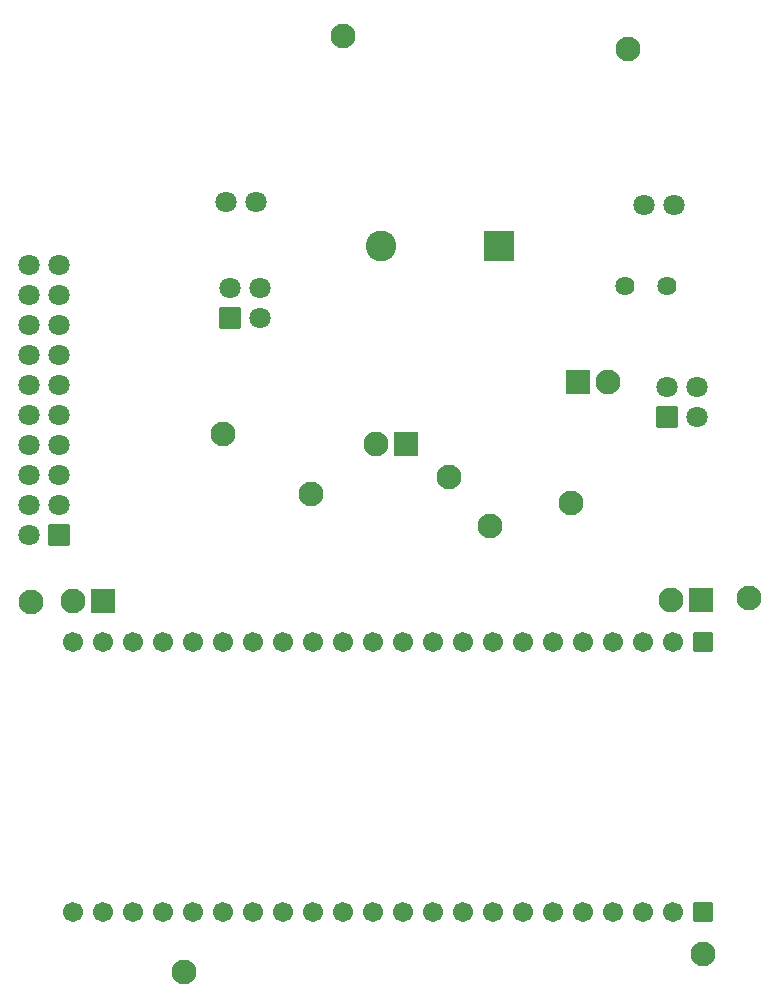
<source format=gbs>
G04 Layer: BottomSolderMaskLayer*
G04 EasyEDA Pro v2.2.45.4, 2026-01-14 12:02:54*
G04 Gerber Generator version 0.3*
G04 Scale: 100 percent, Rotated: No, Reflected: No*
G04 Dimensions in millimeters*
G04 Leading zeros omitted, absolute positions, 4 integers and 5 decimals*
G04 Generated by one-click*
%FSLAX45Y45*%
%MOMM*%
%AMRoundRect*1,1,$1,$2,$3*1,1,$1,$4,$5*1,1,$1,0-$2,0-$3*1,1,$1,0-$4,0-$5*20,1,$1,$2,$3,$4,$5,0*20,1,$1,$4,$5,0-$2,0-$3,0*20,1,$1,0-$2,0-$3,0-$4,0-$5,0*20,1,$1,0-$4,0-$5,$2,$3,0*4,1,4,$2,$3,$4,$5,0-$2,0-$3,0-$4,0-$5,$2,$3,0*%
%ADD10C,1.8016*%
%ADD11RoundRect,0.09588X-0.80286X0.80286X0.80286X0.80286*%
%ADD12C,1.7016*%
%ADD13RoundRect,0.09691X-1.00234X1.00234X1.00234X1.00234*%
%ADD14C,2.1016*%
%ADD15RoundRect,0.09618X-0.85271X0.85271X0.85271X0.85271*%
%ADD16RoundRect,0.09618X-0.85271X-0.85271X-0.85271X0.85271*%
%ADD17RoundRect,0.09778X-1.25191X1.25191X1.25191X1.25191*%
%ADD18C,2.6076*%
%ADD19C,2.6016*%
%ADD20C,1.6256*%
%ADD21C,2.10003*%
G75*


G04 Pad Start*
G54D10*
G01X5678899Y7277100D03*
G01X5928898Y7277100D03*
G01X2135599Y7302500D03*
G01X2385598Y7302500D03*
G54D11*
G01X6172200Y3581400D03*
G54D12*
G01X5918200Y3581400D03*
G01X5664200Y3581400D03*
G01X5410200Y3581400D03*
G01X5156200Y3581400D03*
G01X4902200Y3581400D03*
G01X4648200Y3581400D03*
G01X4394200Y3581400D03*
G01X4140200Y3581400D03*
G01X3886200Y3581400D03*
G01X3632200Y3581400D03*
G01X3378200Y3581400D03*
G01X3124200Y3581400D03*
G01X2870200Y3581400D03*
G01X2616200Y3581400D03*
G01X2362200Y3581400D03*
G01X2108200Y3581400D03*
G01X1854200Y3581400D03*
G01X1600200Y3581400D03*
G01X1346200Y3581400D03*
G01X1092200Y3581400D03*
G01X838200Y3581400D03*
G54D11*
G01X6172200Y1295400D03*
G54D12*
G01X5918200Y1295400D03*
G01X5664200Y1295400D03*
G01X5410200Y1295400D03*
G01X5156200Y1295400D03*
G01X4902200Y1295400D03*
G01X4648200Y1295400D03*
G01X4394200Y1295400D03*
G01X4140200Y1295400D03*
G01X3886200Y1295400D03*
G01X3632200Y1295400D03*
G01X3378200Y1295400D03*
G01X3124200Y1295400D03*
G01X2870200Y1295400D03*
G01X2616200Y1295400D03*
G01X2362200Y1295400D03*
G01X2108200Y1295400D03*
G01X1854200Y1295400D03*
G01X1600200Y1295400D03*
G01X1346200Y1295400D03*
G01X1092200Y1295400D03*
G01X838200Y1295400D03*
G54D13*
G01X6159500Y3937000D03*
G54D14*
G01X5905500Y3937000D03*
G54D13*
G01X1092200Y3924300D03*
G54D14*
G01X838200Y3924300D03*
G54D15*
G01X5867400Y5486400D03*
G54D10*
G01X5867400Y5740400D03*
G01X6121400Y5486400D03*
G01X6121400Y5740400D03*
G54D15*
G01X2171700Y6324600D03*
G54D10*
G01X2171700Y6578600D03*
G01X2425700Y6324600D03*
G01X2425700Y6578600D03*
G54D13*
G01X5118100Y5778500D03*
G54D14*
G01X5372100Y5778500D03*
G54D13*
G01X3657600Y5257800D03*
G54D14*
G01X3403600Y5257800D03*
G54D10*
G01X469900Y6769100D03*
G01X723900Y6769100D03*
G01X469900Y6515100D03*
G01X723900Y6515100D03*
G01X469900Y6261100D03*
G01X723900Y6261100D03*
G01X469900Y6007100D03*
G01X723900Y6007100D03*
G01X469900Y5753100D03*
G01X723900Y5753100D03*
G01X469900Y5499100D03*
G01X723900Y5499100D03*
G01X469900Y5245100D03*
G01X723900Y5245100D03*
G01X469900Y4991100D03*
G01X723900Y4991100D03*
G01X469900Y4737100D03*
G01X723900Y4737100D03*
G01X469900Y4483100D03*
G54D16*
G01X723900Y4483100D03*
G54D17*
G01X4449702Y6934200D03*
G54D19*
G01X3449704Y6934200D03*
G54D20*
G01X5867400Y6591300D03*
G01X5517400Y6591300D03*
G54D21*
G01X6565900Y3949700D03*
G01X484646Y3922271D03*
G01X1780046Y789325D03*
G01X3126246Y8711128D03*
G01X5056646Y4758430D03*
G01X4370846Y4559185D03*
G01X2110246Y5338985D03*
G01X2859546Y4834939D03*
G01X4027946Y4979485D03*
G01X5539246Y8602940D03*
G01X6174246Y937240D03*
G04 Pad End*

M02*


</source>
